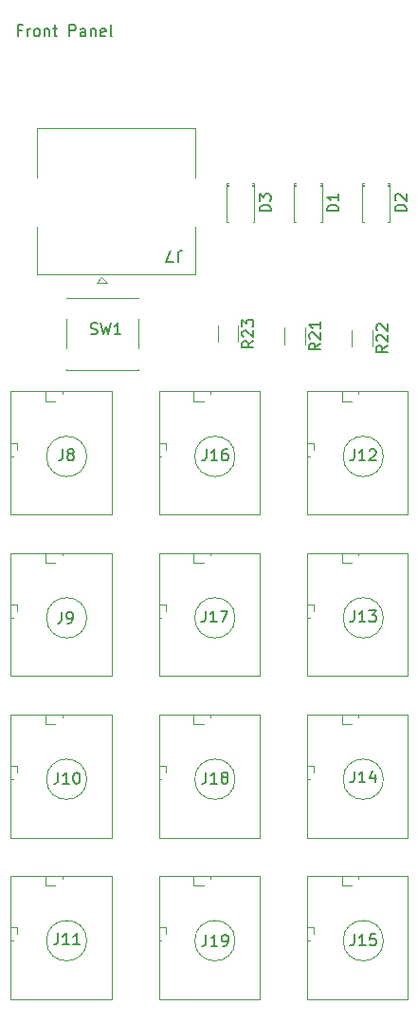
<source format=gbr>
%TF.GenerationSoftware,KiCad,Pcbnew,(6.0.6)*%
%TF.CreationDate,2022-11-26T15:19:07+01:00*%
%TF.ProjectId,vcer-midi-to-cv,76636572-2d6d-4696-9469-2d746f2d6376,rev?*%
%TF.SameCoordinates,Original*%
%TF.FileFunction,Legend,Top*%
%TF.FilePolarity,Positive*%
%FSLAX46Y46*%
G04 Gerber Fmt 4.6, Leading zero omitted, Abs format (unit mm)*
G04 Created by KiCad (PCBNEW (6.0.6)) date 2022-11-26 15:19:07*
%MOMM*%
%LPD*%
G01*
G04 APERTURE LIST*
%ADD10C,0.150000*%
%ADD11C,0.120000*%
G04 APERTURE END LIST*
D10*
X3166666Y-2928571D02*
X2833333Y-2928571D01*
X2833333Y-3452380D02*
X2833333Y-2452380D01*
X3309523Y-2452380D01*
X3690476Y-3452380D02*
X3690476Y-2785714D01*
X3690476Y-2976190D02*
X3738095Y-2880952D01*
X3785714Y-2833333D01*
X3880952Y-2785714D01*
X3976190Y-2785714D01*
X4452380Y-3452380D02*
X4357142Y-3404761D01*
X4309523Y-3357142D01*
X4261904Y-3261904D01*
X4261904Y-2976190D01*
X4309523Y-2880952D01*
X4357142Y-2833333D01*
X4452380Y-2785714D01*
X4595238Y-2785714D01*
X4690476Y-2833333D01*
X4738095Y-2880952D01*
X4785714Y-2976190D01*
X4785714Y-3261904D01*
X4738095Y-3357142D01*
X4690476Y-3404761D01*
X4595238Y-3452380D01*
X4452380Y-3452380D01*
X5214285Y-2785714D02*
X5214285Y-3452380D01*
X5214285Y-2880952D02*
X5261904Y-2833333D01*
X5357142Y-2785714D01*
X5500000Y-2785714D01*
X5595238Y-2833333D01*
X5642857Y-2928571D01*
X5642857Y-3452380D01*
X5976190Y-2785714D02*
X6357142Y-2785714D01*
X6119047Y-2452380D02*
X6119047Y-3309523D01*
X6166666Y-3404761D01*
X6261904Y-3452380D01*
X6357142Y-3452380D01*
X7452380Y-3452380D02*
X7452380Y-2452380D01*
X7833333Y-2452380D01*
X7928571Y-2500000D01*
X7976190Y-2547619D01*
X8023809Y-2642857D01*
X8023809Y-2785714D01*
X7976190Y-2880952D01*
X7928571Y-2928571D01*
X7833333Y-2976190D01*
X7452380Y-2976190D01*
X8880952Y-3452380D02*
X8880952Y-2928571D01*
X8833333Y-2833333D01*
X8738095Y-2785714D01*
X8547619Y-2785714D01*
X8452380Y-2833333D01*
X8880952Y-3404761D02*
X8785714Y-3452380D01*
X8547619Y-3452380D01*
X8452380Y-3404761D01*
X8404761Y-3309523D01*
X8404761Y-3214285D01*
X8452380Y-3119047D01*
X8547619Y-3071428D01*
X8785714Y-3071428D01*
X8880952Y-3023809D01*
X9357142Y-2785714D02*
X9357142Y-3452380D01*
X9357142Y-2880952D02*
X9404761Y-2833333D01*
X9500000Y-2785714D01*
X9642857Y-2785714D01*
X9738095Y-2833333D01*
X9785714Y-2928571D01*
X9785714Y-3452380D01*
X10642857Y-3404761D02*
X10547619Y-3452380D01*
X10357142Y-3452380D01*
X10261904Y-3404761D01*
X10214285Y-3309523D01*
X10214285Y-2928571D01*
X10261904Y-2833333D01*
X10357142Y-2785714D01*
X10547619Y-2785714D01*
X10642857Y-2833333D01*
X10690476Y-2928571D01*
X10690476Y-3023809D01*
X10214285Y-3119047D01*
X11261904Y-3452380D02*
X11166666Y-3404761D01*
X11119047Y-3309523D01*
X11119047Y-2452380D01*
%TO.C,J18*%
X19640476Y-69122380D02*
X19640476Y-69836666D01*
X19592857Y-69979523D01*
X19497619Y-70074761D01*
X19354761Y-70122380D01*
X19259523Y-70122380D01*
X20640476Y-70122380D02*
X20069047Y-70122380D01*
X20354761Y-70122380D02*
X20354761Y-69122380D01*
X20259523Y-69265238D01*
X20164285Y-69360476D01*
X20069047Y-69408095D01*
X21211904Y-69550952D02*
X21116666Y-69503333D01*
X21069047Y-69455714D01*
X21021428Y-69360476D01*
X21021428Y-69312857D01*
X21069047Y-69217619D01*
X21116666Y-69170000D01*
X21211904Y-69122380D01*
X21402380Y-69122380D01*
X21497619Y-69170000D01*
X21545238Y-69217619D01*
X21592857Y-69312857D01*
X21592857Y-69360476D01*
X21545238Y-69455714D01*
X21497619Y-69503333D01*
X21402380Y-69550952D01*
X21211904Y-69550952D01*
X21116666Y-69598571D01*
X21069047Y-69646190D01*
X21021428Y-69741428D01*
X21021428Y-69931904D01*
X21069047Y-70027142D01*
X21116666Y-70074761D01*
X21211904Y-70122380D01*
X21402380Y-70122380D01*
X21497619Y-70074761D01*
X21545238Y-70027142D01*
X21592857Y-69931904D01*
X21592857Y-69741428D01*
X21545238Y-69646190D01*
X21497619Y-69598571D01*
X21402380Y-69550952D01*
%TO.C,J16*%
X19670476Y-40302380D02*
X19670476Y-41016666D01*
X19622857Y-41159523D01*
X19527619Y-41254761D01*
X19384761Y-41302380D01*
X19289523Y-41302380D01*
X20670476Y-41302380D02*
X20099047Y-41302380D01*
X20384761Y-41302380D02*
X20384761Y-40302380D01*
X20289523Y-40445238D01*
X20194285Y-40540476D01*
X20099047Y-40588095D01*
X21527619Y-40302380D02*
X21337142Y-40302380D01*
X21241904Y-40350000D01*
X21194285Y-40397619D01*
X21099047Y-40540476D01*
X21051428Y-40730952D01*
X21051428Y-41111904D01*
X21099047Y-41207142D01*
X21146666Y-41254761D01*
X21241904Y-41302380D01*
X21432380Y-41302380D01*
X21527619Y-41254761D01*
X21575238Y-41207142D01*
X21622857Y-41111904D01*
X21622857Y-40873809D01*
X21575238Y-40778571D01*
X21527619Y-40730952D01*
X21432380Y-40683333D01*
X21241904Y-40683333D01*
X21146666Y-40730952D01*
X21099047Y-40778571D01*
X21051428Y-40873809D01*
%TO.C,D3*%
X25432380Y-19053898D02*
X24432380Y-19053898D01*
X24432380Y-18815803D01*
X24480000Y-18672945D01*
X24575238Y-18577707D01*
X24670476Y-18530088D01*
X24860952Y-18482469D01*
X25003809Y-18482469D01*
X25194285Y-18530088D01*
X25289523Y-18577707D01*
X25384761Y-18672945D01*
X25432380Y-18815803D01*
X25432380Y-19053898D01*
X24432380Y-18149136D02*
X24432380Y-17530088D01*
X24813333Y-17863422D01*
X24813333Y-17720564D01*
X24860952Y-17625326D01*
X24908571Y-17577707D01*
X25003809Y-17530088D01*
X25241904Y-17530088D01*
X25337142Y-17577707D01*
X25384761Y-17625326D01*
X25432380Y-17720564D01*
X25432380Y-18006279D01*
X25384761Y-18101517D01*
X25337142Y-18149136D01*
%TO.C,J19*%
X19660476Y-83622380D02*
X19660476Y-84336666D01*
X19612857Y-84479523D01*
X19517619Y-84574761D01*
X19374761Y-84622380D01*
X19279523Y-84622380D01*
X20660476Y-84622380D02*
X20089047Y-84622380D01*
X20374761Y-84622380D02*
X20374761Y-83622380D01*
X20279523Y-83765238D01*
X20184285Y-83860476D01*
X20089047Y-83908095D01*
X21136666Y-84622380D02*
X21327142Y-84622380D01*
X21422380Y-84574761D01*
X21470000Y-84527142D01*
X21565238Y-84384285D01*
X21612857Y-84193809D01*
X21612857Y-83812857D01*
X21565238Y-83717619D01*
X21517619Y-83670000D01*
X21422380Y-83622380D01*
X21231904Y-83622380D01*
X21136666Y-83670000D01*
X21089047Y-83717619D01*
X21041428Y-83812857D01*
X21041428Y-84050952D01*
X21089047Y-84146190D01*
X21136666Y-84193809D01*
X21231904Y-84241428D01*
X21422380Y-84241428D01*
X21517619Y-84193809D01*
X21565238Y-84146190D01*
X21612857Y-84050952D01*
%TO.C,R23*%
X23872380Y-30642857D02*
X23396190Y-30976190D01*
X23872380Y-31214285D02*
X22872380Y-31214285D01*
X22872380Y-30833333D01*
X22920000Y-30738095D01*
X22967619Y-30690476D01*
X23062857Y-30642857D01*
X23205714Y-30642857D01*
X23300952Y-30690476D01*
X23348571Y-30738095D01*
X23396190Y-30833333D01*
X23396190Y-31214285D01*
X22967619Y-30261904D02*
X22920000Y-30214285D01*
X22872380Y-30119047D01*
X22872380Y-29880952D01*
X22920000Y-29785714D01*
X22967619Y-29738095D01*
X23062857Y-29690476D01*
X23158095Y-29690476D01*
X23300952Y-29738095D01*
X23872380Y-30309523D01*
X23872380Y-29690476D01*
X22872380Y-29357142D02*
X22872380Y-28738095D01*
X23253333Y-29071428D01*
X23253333Y-28928571D01*
X23300952Y-28833333D01*
X23348571Y-28785714D01*
X23443809Y-28738095D01*
X23681904Y-28738095D01*
X23777142Y-28785714D01*
X23824761Y-28833333D01*
X23872380Y-28928571D01*
X23872380Y-29214285D01*
X23824761Y-29309523D01*
X23777142Y-29357142D01*
%TO.C,J11*%
X6420476Y-83482380D02*
X6420476Y-84196666D01*
X6372857Y-84339523D01*
X6277619Y-84434761D01*
X6134761Y-84482380D01*
X6039523Y-84482380D01*
X7420476Y-84482380D02*
X6849047Y-84482380D01*
X7134761Y-84482380D02*
X7134761Y-83482380D01*
X7039523Y-83625238D01*
X6944285Y-83720476D01*
X6849047Y-83768095D01*
X8372857Y-84482380D02*
X7801428Y-84482380D01*
X8087142Y-84482380D02*
X8087142Y-83482380D01*
X7991904Y-83625238D01*
X7896666Y-83720476D01*
X7801428Y-83768095D01*
%TO.C,J7*%
X17133333Y-23595119D02*
X17133333Y-22880833D01*
X17180952Y-22737976D01*
X17276190Y-22642738D01*
X17419047Y-22595119D01*
X17514285Y-22595119D01*
X16752380Y-23595119D02*
X16085714Y-23595119D01*
X16514285Y-22595119D01*
%TO.C,J8*%
X6846666Y-40302380D02*
X6846666Y-41016666D01*
X6799047Y-41159523D01*
X6703809Y-41254761D01*
X6560952Y-41302380D01*
X6465714Y-41302380D01*
X7465714Y-40730952D02*
X7370476Y-40683333D01*
X7322857Y-40635714D01*
X7275238Y-40540476D01*
X7275238Y-40492857D01*
X7322857Y-40397619D01*
X7370476Y-40350000D01*
X7465714Y-40302380D01*
X7656190Y-40302380D01*
X7751428Y-40350000D01*
X7799047Y-40397619D01*
X7846666Y-40492857D01*
X7846666Y-40540476D01*
X7799047Y-40635714D01*
X7751428Y-40683333D01*
X7656190Y-40730952D01*
X7465714Y-40730952D01*
X7370476Y-40778571D01*
X7322857Y-40826190D01*
X7275238Y-40921428D01*
X7275238Y-41111904D01*
X7322857Y-41207142D01*
X7370476Y-41254761D01*
X7465714Y-41302380D01*
X7656190Y-41302380D01*
X7751428Y-41254761D01*
X7799047Y-41207142D01*
X7846666Y-41111904D01*
X7846666Y-40921428D01*
X7799047Y-40826190D01*
X7751428Y-40778571D01*
X7656190Y-40730952D01*
%TO.C,D1*%
X31482380Y-19053898D02*
X30482380Y-19053898D01*
X30482380Y-18815803D01*
X30530000Y-18672945D01*
X30625238Y-18577707D01*
X30720476Y-18530088D01*
X30910952Y-18482469D01*
X31053809Y-18482469D01*
X31244285Y-18530088D01*
X31339523Y-18577707D01*
X31434761Y-18672945D01*
X31482380Y-18815803D01*
X31482380Y-19053898D01*
X31482380Y-17530088D02*
X31482380Y-18101517D01*
X31482380Y-17815803D02*
X30482380Y-17815803D01*
X30625238Y-17911041D01*
X30720476Y-18006279D01*
X30768095Y-18101517D01*
%TO.C,SW1*%
X9356666Y-30004761D02*
X9499523Y-30052380D01*
X9737619Y-30052380D01*
X9832857Y-30004761D01*
X9880476Y-29957142D01*
X9928095Y-29861904D01*
X9928095Y-29766666D01*
X9880476Y-29671428D01*
X9832857Y-29623809D01*
X9737619Y-29576190D01*
X9547142Y-29528571D01*
X9451904Y-29480952D01*
X9404285Y-29433333D01*
X9356666Y-29338095D01*
X9356666Y-29242857D01*
X9404285Y-29147619D01*
X9451904Y-29100000D01*
X9547142Y-29052380D01*
X9785238Y-29052380D01*
X9928095Y-29100000D01*
X10261428Y-29052380D02*
X10499523Y-30052380D01*
X10690000Y-29338095D01*
X10880476Y-30052380D01*
X11118571Y-29052380D01*
X12023333Y-30052380D02*
X11451904Y-30052380D01*
X11737619Y-30052380D02*
X11737619Y-29052380D01*
X11642380Y-29195238D01*
X11547142Y-29290476D01*
X11451904Y-29338095D01*
%TO.C,J10*%
X6420476Y-69152380D02*
X6420476Y-69866666D01*
X6372857Y-70009523D01*
X6277619Y-70104761D01*
X6134761Y-70152380D01*
X6039523Y-70152380D01*
X7420476Y-70152380D02*
X6849047Y-70152380D01*
X7134761Y-70152380D02*
X7134761Y-69152380D01*
X7039523Y-69295238D01*
X6944285Y-69390476D01*
X6849047Y-69438095D01*
X8039523Y-69152380D02*
X8134761Y-69152380D01*
X8230000Y-69200000D01*
X8277619Y-69247619D01*
X8325238Y-69342857D01*
X8372857Y-69533333D01*
X8372857Y-69771428D01*
X8325238Y-69961904D01*
X8277619Y-70057142D01*
X8230000Y-70104761D01*
X8134761Y-70152380D01*
X8039523Y-70152380D01*
X7944285Y-70104761D01*
X7896666Y-70057142D01*
X7849047Y-69961904D01*
X7801428Y-69771428D01*
X7801428Y-69533333D01*
X7849047Y-69342857D01*
X7896666Y-69247619D01*
X7944285Y-69200000D01*
X8039523Y-69152380D01*
%TO.C,J13*%
X32880476Y-54702380D02*
X32880476Y-55416666D01*
X32832857Y-55559523D01*
X32737619Y-55654761D01*
X32594761Y-55702380D01*
X32499523Y-55702380D01*
X33880476Y-55702380D02*
X33309047Y-55702380D01*
X33594761Y-55702380D02*
X33594761Y-54702380D01*
X33499523Y-54845238D01*
X33404285Y-54940476D01*
X33309047Y-54988095D01*
X34213809Y-54702380D02*
X34832857Y-54702380D01*
X34499523Y-55083333D01*
X34642380Y-55083333D01*
X34737619Y-55130952D01*
X34785238Y-55178571D01*
X34832857Y-55273809D01*
X34832857Y-55511904D01*
X34785238Y-55607142D01*
X34737619Y-55654761D01*
X34642380Y-55702380D01*
X34356666Y-55702380D01*
X34261428Y-55654761D01*
X34213809Y-55607142D01*
%TO.C,J9*%
X6756666Y-54822380D02*
X6756666Y-55536666D01*
X6709047Y-55679523D01*
X6613809Y-55774761D01*
X6470952Y-55822380D01*
X6375714Y-55822380D01*
X7280476Y-55822380D02*
X7470952Y-55822380D01*
X7566190Y-55774761D01*
X7613809Y-55727142D01*
X7709047Y-55584285D01*
X7756666Y-55393809D01*
X7756666Y-55012857D01*
X7709047Y-54917619D01*
X7661428Y-54870000D01*
X7566190Y-54822380D01*
X7375714Y-54822380D01*
X7280476Y-54870000D01*
X7232857Y-54917619D01*
X7185238Y-55012857D01*
X7185238Y-55250952D01*
X7232857Y-55346190D01*
X7280476Y-55393809D01*
X7375714Y-55441428D01*
X7566190Y-55441428D01*
X7661428Y-55393809D01*
X7709047Y-55346190D01*
X7756666Y-55250952D01*
%TO.C,J14*%
X32880476Y-69022380D02*
X32880476Y-69736666D01*
X32832857Y-69879523D01*
X32737619Y-69974761D01*
X32594761Y-70022380D01*
X32499523Y-70022380D01*
X33880476Y-70022380D02*
X33309047Y-70022380D01*
X33594761Y-70022380D02*
X33594761Y-69022380D01*
X33499523Y-69165238D01*
X33404285Y-69260476D01*
X33309047Y-69308095D01*
X34737619Y-69355714D02*
X34737619Y-70022380D01*
X34499523Y-68974761D02*
X34261428Y-69689047D01*
X34880476Y-69689047D01*
%TO.C,R22*%
X35872380Y-31042857D02*
X35396190Y-31376190D01*
X35872380Y-31614285D02*
X34872380Y-31614285D01*
X34872380Y-31233333D01*
X34920000Y-31138095D01*
X34967619Y-31090476D01*
X35062857Y-31042857D01*
X35205714Y-31042857D01*
X35300952Y-31090476D01*
X35348571Y-31138095D01*
X35396190Y-31233333D01*
X35396190Y-31614285D01*
X34967619Y-30661904D02*
X34920000Y-30614285D01*
X34872380Y-30519047D01*
X34872380Y-30280952D01*
X34920000Y-30185714D01*
X34967619Y-30138095D01*
X35062857Y-30090476D01*
X35158095Y-30090476D01*
X35300952Y-30138095D01*
X35872380Y-30709523D01*
X35872380Y-30090476D01*
X34967619Y-29709523D02*
X34920000Y-29661904D01*
X34872380Y-29566666D01*
X34872380Y-29328571D01*
X34920000Y-29233333D01*
X34967619Y-29185714D01*
X35062857Y-29138095D01*
X35158095Y-29138095D01*
X35300952Y-29185714D01*
X35872380Y-29757142D01*
X35872380Y-29138095D01*
%TO.C,J17*%
X19610476Y-54722380D02*
X19610476Y-55436666D01*
X19562857Y-55579523D01*
X19467619Y-55674761D01*
X19324761Y-55722380D01*
X19229523Y-55722380D01*
X20610476Y-55722380D02*
X20039047Y-55722380D01*
X20324761Y-55722380D02*
X20324761Y-54722380D01*
X20229523Y-54865238D01*
X20134285Y-54960476D01*
X20039047Y-55008095D01*
X20943809Y-54722380D02*
X21610476Y-54722380D01*
X21181904Y-55722380D01*
%TO.C,R21*%
X29872380Y-30842857D02*
X29396190Y-31176190D01*
X29872380Y-31414285D02*
X28872380Y-31414285D01*
X28872380Y-31033333D01*
X28920000Y-30938095D01*
X28967619Y-30890476D01*
X29062857Y-30842857D01*
X29205714Y-30842857D01*
X29300952Y-30890476D01*
X29348571Y-30938095D01*
X29396190Y-31033333D01*
X29396190Y-31414285D01*
X28967619Y-30461904D02*
X28920000Y-30414285D01*
X28872380Y-30319047D01*
X28872380Y-30080952D01*
X28920000Y-29985714D01*
X28967619Y-29938095D01*
X29062857Y-29890476D01*
X29158095Y-29890476D01*
X29300952Y-29938095D01*
X29872380Y-30509523D01*
X29872380Y-29890476D01*
X29872380Y-28938095D02*
X29872380Y-29509523D01*
X29872380Y-29223809D02*
X28872380Y-29223809D01*
X29015238Y-29319047D01*
X29110476Y-29414285D01*
X29158095Y-29509523D01*
%TO.C,J15*%
X32900476Y-83572380D02*
X32900476Y-84286666D01*
X32852857Y-84429523D01*
X32757619Y-84524761D01*
X32614761Y-84572380D01*
X32519523Y-84572380D01*
X33900476Y-84572380D02*
X33329047Y-84572380D01*
X33614761Y-84572380D02*
X33614761Y-83572380D01*
X33519523Y-83715238D01*
X33424285Y-83810476D01*
X33329047Y-83858095D01*
X34805238Y-83572380D02*
X34329047Y-83572380D01*
X34281428Y-84048571D01*
X34329047Y-84000952D01*
X34424285Y-83953333D01*
X34662380Y-83953333D01*
X34757619Y-84000952D01*
X34805238Y-84048571D01*
X34852857Y-84143809D01*
X34852857Y-84381904D01*
X34805238Y-84477142D01*
X34757619Y-84524761D01*
X34662380Y-84572380D01*
X34424285Y-84572380D01*
X34329047Y-84524761D01*
X34281428Y-84477142D01*
%TO.C,J12*%
X32880476Y-40312380D02*
X32880476Y-41026666D01*
X32832857Y-41169523D01*
X32737619Y-41264761D01*
X32594761Y-41312380D01*
X32499523Y-41312380D01*
X33880476Y-41312380D02*
X33309047Y-41312380D01*
X33594761Y-41312380D02*
X33594761Y-40312380D01*
X33499523Y-40455238D01*
X33404285Y-40550476D01*
X33309047Y-40598095D01*
X34261428Y-40407619D02*
X34309047Y-40360000D01*
X34404285Y-40312380D01*
X34642380Y-40312380D01*
X34737619Y-40360000D01*
X34785238Y-40407619D01*
X34832857Y-40502857D01*
X34832857Y-40598095D01*
X34785238Y-40740952D01*
X34213809Y-41312380D01*
X34832857Y-41312380D01*
%TO.C,D2*%
X37532380Y-19053898D02*
X36532380Y-19053898D01*
X36532380Y-18815803D01*
X36580000Y-18672945D01*
X36675238Y-18577707D01*
X36770476Y-18530088D01*
X36960952Y-18482469D01*
X37103809Y-18482469D01*
X37294285Y-18530088D01*
X37389523Y-18577707D01*
X37484761Y-18672945D01*
X37532380Y-18815803D01*
X37532380Y-19053898D01*
X36627619Y-18101517D02*
X36580000Y-18053898D01*
X36532380Y-17958660D01*
X36532380Y-17720564D01*
X36580000Y-17625326D01*
X36627619Y-17577707D01*
X36722857Y-17530088D01*
X36818095Y-17530088D01*
X36960952Y-17577707D01*
X37532380Y-18149136D01*
X37532380Y-17530088D01*
D11*
%TO.C,J18*%
X15447500Y-68545000D02*
X16047500Y-68545000D01*
X16047500Y-68545000D02*
X16047500Y-69145000D01*
X15447500Y-69745000D02*
X15647500Y-69745000D01*
X20047500Y-64195000D02*
X20047500Y-63945000D01*
X18547500Y-63945000D02*
X18547500Y-64845000D01*
X18547500Y-64845000D02*
X19447500Y-64845000D01*
X15447500Y-63945000D02*
X24447500Y-63945000D01*
X24447500Y-63945000D02*
X24447500Y-74945000D01*
X24447500Y-74945000D02*
X15447500Y-74945000D01*
X15447500Y-74945000D02*
X15447500Y-63945000D01*
X22247500Y-69745000D02*
G75*
G03*
X22247500Y-69745000I-1800000J0D01*
G01*
%TO.C,J16*%
X18547500Y-35145000D02*
X18547500Y-36045000D01*
X18547500Y-36045000D02*
X19447500Y-36045000D01*
X20047500Y-35395000D02*
X20047500Y-35145000D01*
X15447500Y-39745000D02*
X16047500Y-39745000D01*
X15447500Y-40945000D02*
X15647500Y-40945000D01*
X16047500Y-39745000D02*
X16047500Y-40345000D01*
X15447500Y-35145000D02*
X24447500Y-35145000D01*
X24447500Y-35145000D02*
X24447500Y-46145000D01*
X24447500Y-46145000D02*
X15447500Y-46145000D01*
X15447500Y-46145000D02*
X15447500Y-35145000D01*
X22247500Y-40945000D02*
G75*
G03*
X22247500Y-40945000I-1800000J0D01*
G01*
%TO.C,D3*%
X21640000Y-16605803D02*
X21460000Y-16605803D01*
X21460000Y-16605803D02*
X21460000Y-20025803D01*
X21640000Y-16845803D02*
X21460000Y-16845803D01*
X23980000Y-16845803D02*
X23800000Y-16845803D01*
X21640000Y-16725803D02*
X21460000Y-16725803D01*
X23980000Y-16605803D02*
X23980000Y-20025803D01*
X23980000Y-16725803D02*
X23800000Y-16725803D01*
X23980000Y-16605803D02*
X23800000Y-16605803D01*
X23980000Y-20025803D02*
X23815000Y-20025803D01*
X21625000Y-20025803D02*
X21460000Y-20025803D01*
%TO.C,J19*%
X18547500Y-78345000D02*
X18547500Y-79245000D01*
X15447500Y-82945000D02*
X16047500Y-82945000D01*
X16047500Y-82945000D02*
X16047500Y-83545000D01*
X20047500Y-78595000D02*
X20047500Y-78345000D01*
X15447500Y-84145000D02*
X15647500Y-84145000D01*
X18547500Y-79245000D02*
X19447500Y-79245000D01*
X15447500Y-78345000D02*
X24447500Y-78345000D01*
X24447500Y-78345000D02*
X24447500Y-89345000D01*
X24447500Y-89345000D02*
X15447500Y-89345000D01*
X15447500Y-89345000D02*
X15447500Y-78345000D01*
X22247500Y-84145000D02*
G75*
G03*
X22247500Y-84145000I-1800000J0D01*
G01*
%TO.C,R23*%
X20690000Y-29272936D02*
X20690000Y-30727064D01*
X22510000Y-29272936D02*
X22510000Y-30727064D01*
%TO.C,J11*%
X2200000Y-84145000D02*
X2400000Y-84145000D01*
X2800000Y-82945000D02*
X2800000Y-83545000D01*
X5300000Y-78345000D02*
X5300000Y-79245000D01*
X5300000Y-79245000D02*
X6200000Y-79245000D01*
X6800000Y-78595000D02*
X6800000Y-78345000D01*
X2200000Y-82945000D02*
X2800000Y-82945000D01*
X2200000Y-78345000D02*
X11200000Y-78345000D01*
X11200000Y-78345000D02*
X11200000Y-89345000D01*
X11200000Y-89345000D02*
X2200000Y-89345000D01*
X2200000Y-89345000D02*
X2200000Y-78345000D01*
X9000000Y-84145000D02*
G75*
G03*
X9000000Y-84145000I-1800000J0D01*
G01*
%TO.C,J7*%
X9850000Y-25430000D02*
X10850000Y-25430000D01*
X18650000Y-20420000D02*
X18650000Y-24730000D01*
X18650000Y-11630000D02*
X18650000Y-16020000D01*
X10350000Y-24930000D02*
X9850000Y-25430000D01*
X18650000Y-24730000D02*
X4550000Y-24730000D01*
X4550000Y-24730000D02*
X4550000Y-20420000D01*
X4550000Y-11630000D02*
X18650000Y-11630000D01*
X4550000Y-16020000D02*
X4550000Y-11630000D01*
X10850000Y-25430000D02*
X10350000Y-24930000D01*
%TO.C,J8*%
X5300000Y-35145000D02*
X5300000Y-36045000D01*
X2200000Y-40945000D02*
X2400000Y-40945000D01*
X2800000Y-39745000D02*
X2800000Y-40345000D01*
X2200000Y-39745000D02*
X2800000Y-39745000D01*
X5300000Y-36045000D02*
X6200000Y-36045000D01*
X6800000Y-35395000D02*
X6800000Y-35145000D01*
X2200000Y-35145000D02*
X11200000Y-35145000D01*
X11200000Y-35145000D02*
X11200000Y-46145000D01*
X11200000Y-46145000D02*
X2200000Y-46145000D01*
X2200000Y-46145000D02*
X2200000Y-35145000D01*
X9000000Y-40945000D02*
G75*
G03*
X9000000Y-40945000I-1800000J0D01*
G01*
%TO.C,D1*%
X30030000Y-16605803D02*
X30030000Y-20025803D01*
X27690000Y-16845803D02*
X27510000Y-16845803D01*
X27690000Y-16725803D02*
X27510000Y-16725803D01*
X30030000Y-16725803D02*
X29850000Y-16725803D01*
X27675000Y-20025803D02*
X27510000Y-20025803D01*
X30030000Y-16605803D02*
X29850000Y-16605803D01*
X27510000Y-16605803D02*
X27510000Y-20025803D01*
X30030000Y-16845803D02*
X29850000Y-16845803D01*
X30030000Y-20025803D02*
X29865000Y-20025803D01*
X27690000Y-16605803D02*
X27510000Y-16605803D01*
%TO.C,SW1*%
X7170000Y-26770000D02*
X13630000Y-26770000D01*
X13630000Y-28700000D02*
X13630000Y-31300000D01*
X7170000Y-33230000D02*
X7170000Y-33200000D01*
X7170000Y-28700000D02*
X7170000Y-31300000D01*
X13630000Y-26770000D02*
X13630000Y-26800000D01*
X7170000Y-26800000D02*
X7170000Y-26770000D01*
X13630000Y-33230000D02*
X13630000Y-33200000D01*
X7170000Y-33230000D02*
X13630000Y-33230000D01*
%TO.C,J10*%
X5300000Y-63945000D02*
X5300000Y-64845000D01*
X5300000Y-64845000D02*
X6200000Y-64845000D01*
X2200000Y-68545000D02*
X2800000Y-68545000D01*
X2800000Y-68545000D02*
X2800000Y-69145000D01*
X2200000Y-69745000D02*
X2400000Y-69745000D01*
X6800000Y-64195000D02*
X6800000Y-63945000D01*
X2200000Y-63945000D02*
X11200000Y-63945000D01*
X11200000Y-63945000D02*
X11200000Y-74945000D01*
X11200000Y-74945000D02*
X2200000Y-74945000D01*
X2200000Y-74945000D02*
X2200000Y-63945000D01*
X9000000Y-69745000D02*
G75*
G03*
X9000000Y-69745000I-1800000J0D01*
G01*
%TO.C,J13*%
X31795000Y-50445000D02*
X32695000Y-50445000D01*
X29295000Y-54145000D02*
X29295000Y-54745000D01*
X28695000Y-54145000D02*
X29295000Y-54145000D01*
X31795000Y-49545000D02*
X31795000Y-50445000D01*
X28695000Y-55345000D02*
X28895000Y-55345000D01*
X33295000Y-49795000D02*
X33295000Y-49545000D01*
X28695000Y-49545000D02*
X37695000Y-49545000D01*
X37695000Y-49545000D02*
X37695000Y-60545000D01*
X37695000Y-60545000D02*
X28695000Y-60545000D01*
X28695000Y-60545000D02*
X28695000Y-49545000D01*
X35495000Y-55345000D02*
G75*
G03*
X35495000Y-55345000I-1800000J0D01*
G01*
%TO.C,J9*%
X2800000Y-54145000D02*
X2800000Y-54745000D01*
X2200000Y-54145000D02*
X2800000Y-54145000D01*
X6800000Y-49795000D02*
X6800000Y-49545000D01*
X5300000Y-50445000D02*
X6200000Y-50445000D01*
X5300000Y-49545000D02*
X5300000Y-50445000D01*
X2200000Y-55345000D02*
X2400000Y-55345000D01*
X2200000Y-49545000D02*
X11200000Y-49545000D01*
X11200000Y-49545000D02*
X11200000Y-60545000D01*
X11200000Y-60545000D02*
X2200000Y-60545000D01*
X2200000Y-60545000D02*
X2200000Y-49545000D01*
X9000000Y-55345000D02*
G75*
G03*
X9000000Y-55345000I-1800000J0D01*
G01*
%TO.C,J14*%
X31795000Y-64845000D02*
X32695000Y-64845000D01*
X33295000Y-64195000D02*
X33295000Y-63945000D01*
X28695000Y-68545000D02*
X29295000Y-68545000D01*
X29295000Y-68545000D02*
X29295000Y-69145000D01*
X31795000Y-63945000D02*
X31795000Y-64845000D01*
X28695000Y-69745000D02*
X28895000Y-69745000D01*
X28695000Y-63945000D02*
X37695000Y-63945000D01*
X37695000Y-63945000D02*
X37695000Y-74945000D01*
X37695000Y-74945000D02*
X28695000Y-74945000D01*
X28695000Y-74945000D02*
X28695000Y-63945000D01*
X35495000Y-69745000D02*
G75*
G03*
X35495000Y-69745000I-1800000J0D01*
G01*
%TO.C,R22*%
X32690000Y-29672936D02*
X32690000Y-31127064D01*
X34510000Y-29672936D02*
X34510000Y-31127064D01*
%TO.C,J17*%
X15447500Y-54145000D02*
X16047500Y-54145000D01*
X15447500Y-55345000D02*
X15647500Y-55345000D01*
X16047500Y-54145000D02*
X16047500Y-54745000D01*
X18547500Y-49545000D02*
X18547500Y-50445000D01*
X18547500Y-50445000D02*
X19447500Y-50445000D01*
X20047500Y-49795000D02*
X20047500Y-49545000D01*
X15447500Y-49545000D02*
X24447500Y-49545000D01*
X24447500Y-49545000D02*
X24447500Y-60545000D01*
X24447500Y-60545000D02*
X15447500Y-60545000D01*
X15447500Y-60545000D02*
X15447500Y-49545000D01*
X22247500Y-55345000D02*
G75*
G03*
X22247500Y-55345000I-1800000J0D01*
G01*
%TO.C,R21*%
X28510000Y-29472936D02*
X28510000Y-30927064D01*
X26690000Y-29472936D02*
X26690000Y-30927064D01*
%TO.C,J15*%
X28695000Y-84145000D02*
X28895000Y-84145000D01*
X33295000Y-78595000D02*
X33295000Y-78345000D01*
X31795000Y-78345000D02*
X31795000Y-79245000D01*
X28695000Y-82945000D02*
X29295000Y-82945000D01*
X29295000Y-82945000D02*
X29295000Y-83545000D01*
X31795000Y-79245000D02*
X32695000Y-79245000D01*
X28695000Y-78345000D02*
X37695000Y-78345000D01*
X37695000Y-78345000D02*
X37695000Y-89345000D01*
X37695000Y-89345000D02*
X28695000Y-89345000D01*
X28695000Y-89345000D02*
X28695000Y-78345000D01*
X35495000Y-84145000D02*
G75*
G03*
X35495000Y-84145000I-1800000J0D01*
G01*
%TO.C,J12*%
X31795000Y-36045000D02*
X32695000Y-36045000D01*
X33295000Y-35395000D02*
X33295000Y-35145000D01*
X28695000Y-39745000D02*
X29295000Y-39745000D01*
X28695000Y-40945000D02*
X28895000Y-40945000D01*
X29295000Y-39745000D02*
X29295000Y-40345000D01*
X31795000Y-35145000D02*
X31795000Y-36045000D01*
X28695000Y-35145000D02*
X37695000Y-35145000D01*
X37695000Y-35145000D02*
X37695000Y-46145000D01*
X37695000Y-46145000D02*
X28695000Y-46145000D01*
X28695000Y-46145000D02*
X28695000Y-35145000D01*
X35495000Y-40945000D02*
G75*
G03*
X35495000Y-40945000I-1800000J0D01*
G01*
%TO.C,D2*%
X33725000Y-20025803D02*
X33560000Y-20025803D01*
X36080000Y-16725803D02*
X35900000Y-16725803D01*
X36080000Y-20025803D02*
X35915000Y-20025803D01*
X33740000Y-16605803D02*
X33560000Y-16605803D01*
X36080000Y-16845803D02*
X35900000Y-16845803D01*
X33740000Y-16845803D02*
X33560000Y-16845803D01*
X33740000Y-16725803D02*
X33560000Y-16725803D01*
X33560000Y-16605803D02*
X33560000Y-20025803D01*
X36080000Y-16605803D02*
X35900000Y-16605803D01*
X36080000Y-16605803D02*
X36080000Y-20025803D01*
%TD*%
M02*

</source>
